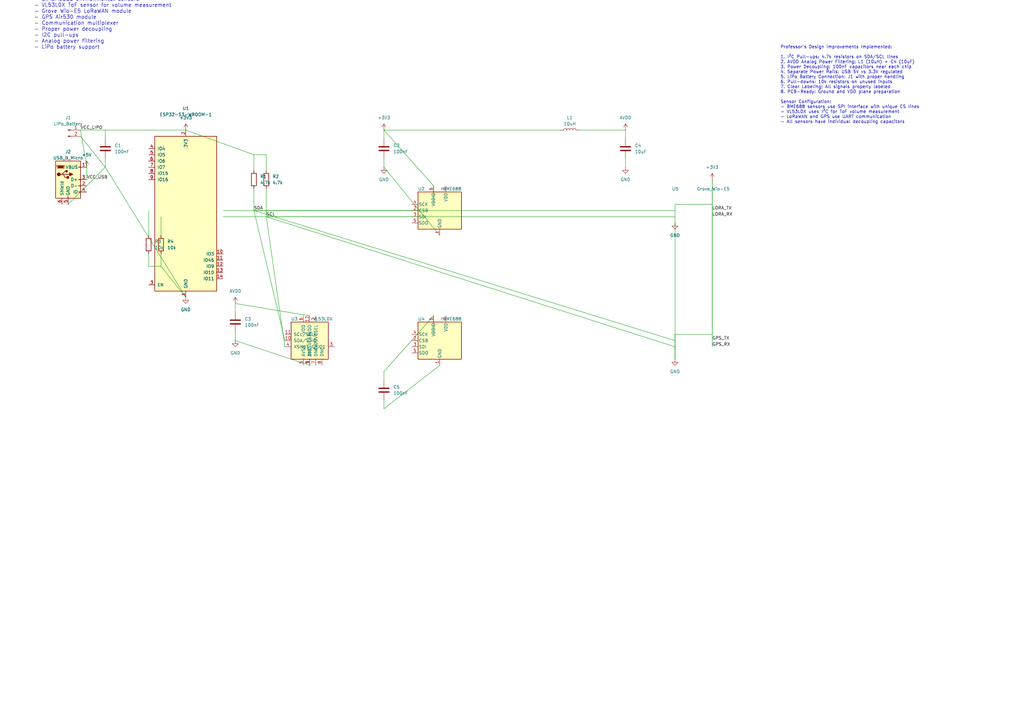
<source format=kicad_sch>
(kicad_sch (version 20231120) (generator "eeschema") (generator_version "8.0")
  (paper "A3")
  (lib_symbols
    (symbol "MCU_Espressif:ESP32-S3-WROOM-1" (pin_names (offset 1.016))
      (property "Reference" "U" (at -12.7 34.29 0))
      (property "Value" "ESP32-S3-WROOM-1" (at -12.7 31.75 0))
      (symbol "ESP32-S3-WROOM-1_0_1"
        (rectangle (start -12.7 30.48) (end 12.7 -33.02) (stroke (width 0.254)) (fill (type background)))
      )
      (symbol "ESP32-S3-WROOM-1_1_1"
        (pin power_in line (at 0 -35.56 90) (length 2.54) (name "GND") (number "1"))
        (pin bidirectional line (at 15.24 -17.78 180) (length 2.54) (name "IO3") (number "10"))
        (pin bidirectional line (at 15.24 -20.32 180) (length 2.54) (name "IO46") (number "11"))
        (pin bidirectional line (at 15.24 -22.86 180) (length 2.54) (name "IO9") (number "12"))
        (pin bidirectional line (at 15.24 -25.4 180) (length 2.54) (name "IO10") (number "13"))
        (pin bidirectional line (at 15.24 -27.94 180) (length 2.54) (name "IO11") (number "14"))
        (pin power_in line (at 0 33.02 270) (length 2.54) (name "3V3") (number "2"))
        (pin input line (at -15.24 -30.48 0) (length 2.54) (name "EN") (number "3"))
        (pin bidirectional line (at -15.24 25.4 0) (length 2.54) (name "IO4") (number "4"))
        (pin bidirectional line (at -15.24 22.86 0) (length 2.54) (name "IO5") (number "5"))
        (pin bidirectional line (at -15.24 20.32 0) (length 2.54) (name "IO6") (number "6"))
        (pin bidirectional line (at -15.24 17.78 0) (length 2.54) (name "IO7") (number "7"))
        (pin bidirectional line (at -15.24 15.24 0) (length 2.54) (name "IO15") (number "8"))
        (pin bidirectional line (at -15.24 12.7 0) (length 2.54) (name "IO16") (number "9"))
      )
    )
    (symbol "Sensor_Environmental:BME688" (pin_names (offset 0.254))
      (property "Reference" "U" (at -8.89 8.89 0))
      (property "Value" "BME688" (at 1.27 8.89 0))
      (symbol "BME688_0_1"
        (rectangle (start -8.89 7.62) (end 8.89 -7.62) (stroke (width 0.254)) (fill (type background)))
      )
      (symbol "BME688_1_1"
        (pin power_in line (at 0 -10.16 90) (length 2.54) (name "GND") (number "1"))
        (pin input line (at -11.43 0 0) (length 2.54) (name "CSB") (number "2"))
        (pin bidirectional line (at -11.43 -2.54 0) (length 2.54) (name "SDI") (number "3"))
        (pin input line (at -11.43 2.54 0) (length 2.54) (name "SCK") (number "4"))
        (pin output line (at -11.43 -5.08 0) (length 2.54) (name "SDO") (number "5"))
        (pin power_in line (at -2.54 10.16 270) (length 2.54) (name "VDDIO") (number "6"))
        (pin power_in line (at 2.54 10.16 270) (length 2.54) (name "VDD") (number "7"))
        (pin power_in line (at 0 -10.16 90) (length 2.54) hide (name "GND") (number "8"))
      )
    )
    (symbol "Sensor_Distance:VL53L0X" (pin_names (offset 1.016))
      (property "Reference" "U" (at -7.62 8.89 0))
      (property "Value" "VL53L0X" (at 1.27 8.89 0))
      (symbol "VL53L0X_0_1"
        (rectangle (start -7.62 7.62) (end 7.62 -7.62) (stroke (width 0.254)) (fill (type background)))
      )
      (symbol "VL53L0X_1_1"
        (pin power_in line (at 0 -10.16 90) (length 2.54) (name "AVSSVCSEL") (number "1"))
        (pin bidirectional line (at -10.16 0 0) (length 2.54) (name "SDA/SDIO") (number "10"))
        (pin input line (at -10.16 2.54 0) (length 2.54) (name "SCL/SCLK") (number "11"))
        (pin power_in line (at 0 10.16 270) (length 2.54) (name "AVDD") (number "12"))
        (pin power_in line (at 2.54 10.16 270) (length 2.54) (name "AVDDVCSEL") (number "2"))
        (pin output line (at 10.16 -2.54 180) (length 2.54) (name "GPIO1") (number "3"))
        (pin input line (at -10.16 -2.54 0) (length 2.54) (name "XSHUT") (number "4"))
        (pin power_in line (at -2.54 -10.16 90) (length 2.54) (name "AVSS") (number "5"))
        (pin power_in line (at -2.54 10.16 270) (length 2.54) (name "VDD") (number "6"))
        (pin power_in line (at 2.54 -10.16 90) (length 2.54) (name "DNC") (number "7"))
        (pin power_in line (at 5.08 -10.16 90) (length 2.54) (name "DNC") (number "8"))
        (pin power_in line (at 0 -10.16 90) (length 2.54) (name "DNC") (number "9"))
      )
    )
    (symbol "Device:C" (pin_numbers hide) (pin_names (offset 0.254))
      (property "Reference" "C" (at 0.635 2.54 0))
      (property "Value" "C" (at 0.635 -2.54 0))
      (symbol "C_0_1"
        (polyline (pts (xy -2.032 -0.762) (xy 2.032 -0.762)) (stroke (width 0.508)))
        (polyline (pts (xy -2.032 0.762) (xy 2.032 0.762)) (stroke (width 0.508)))
      )
      (symbol "C_1_1"
        (pin passive line (at 0 3.81 270) (length 2.794) (name "~") (number "1"))
        (pin passive line (at 0 -3.81 90) (length 2.794) (name "~") (number "2"))
      )
    )
    (symbol "Device:R" (pin_numbers hide) (pin_names (offset 0))
      (property "Reference" "R" (at 2.032 0 90))
      (property "Value" "R" (at 0 0 90))
      (symbol "R_0_1"
        (rectangle (start -1.016 -2.54) (end 1.016 2.54) (stroke (width 0.254)))
      )
      (symbol "R_1_1"
        (pin passive line (at 0 3.81 270) (length 1.27) (name "~") (number "1"))
        (pin passive line (at 0 -3.81 90) (length 1.27) (name "~") (number "2"))
      )
    )
    (symbol "power:+3V3" (power) (pin_names (offset 0))
      (property "Value" "+3V3" (at 0 3.556 0))
      (symbol "+3V3_0_1"
        (polyline (pts (xy -0.762 1.27) (xy 0 2.54)))
        (polyline (pts (xy 0 0) (xy 0 2.54)))
        (polyline (pts (xy 0 2.54) (xy 0.762 1.27)))
      )
      (symbol "+3V3_1_1"
        (pin power_in line (at 0 0 90) (length 0) hide (name "+3V3") (number "1"))
      )
    )
    (symbol "power:+5V" (power) (pin_names (offset 0))
      (property "Value" "+5V" (at 0 3.556 0))
      (symbol "+5V_0_1"
        (polyline (pts (xy -0.762 1.27) (xy 0 2.54)))
        (polyline (pts (xy 0 0) (xy 0 2.54)))
        (polyline (pts (xy 0 2.54) (xy 0.762 1.27)))
      )
      (symbol "+5V_1_1"
        (pin power_in line (at 0 0 90) (length 0) hide (name "+5V") (number "1"))
      )
    )
    (symbol "power:GND" (power) (pin_names (offset 0))
      (property "Value" "GND" (at 0 -3.81 0))
      (symbol "GND_0_1"
        (polyline (pts (xy 0 0) (xy 0 -1.27) (xy 1.27 -1.27) (xy 0 -2.54) (xy -1.27 -1.27) (xy 0 -1.27)))
      )
      (symbol "GND_1_1"
        (pin power_in line (at 0 0 270) (length 0) hide (name "GND") (number "1"))
      )
    )
    (symbol "power:AVDD" (power) (pin_names (offset 0))
      (property "Value" "AVDD" (at 0 3.556 0))
      (symbol "AVDD_0_1"
        (polyline (pts (xy -0.762 1.27) (xy 0 2.54)))
        (polyline (pts (xy 0 0) (xy 0 2.54)))
        (polyline (pts (xy 0 2.54) (xy 0.762 1.27)))
      )
      (symbol "AVDD_1_1"
        (pin power_in line (at 0 0 90) (length 0) hide (name "AVDD") (number "1"))
      )
    )
    (symbol "Device:L" (pin_numbers hide) (pin_names (offset 1.016) hide)
      (property "Reference" "L" (at -1.27 0 90))
      (property "Value" "L" (at 1.905 0 90))
      (symbol "L_0_1"
        (arc (start 0 -2.54) (mid 0.6323 -1.905) (end 0 -1.27))
        (arc (start 0 -1.27) (mid 0.6323 -0.635) (end 0 0))
        (arc (start 0 0) (mid 0.6323 0.635) (end 0 1.27))
        (arc (start 0 1.27) (mid 0.6323 1.905) (end 0 2.54))
      )
      (symbol "L_1_1"
        (pin passive line (at 0 3.81 270) (length 1.27) (name "1") (number "1"))
        (pin passive line (at 0 -3.81 90) (length 1.27) (name "2") (number "2"))
      )
    )
    (symbol "Connector:Conn_01x02_Pin" (pin_names (offset 1.016) hide)
      (property "Reference" "J" (at 0 2.54 0))
      (property "Value" "Conn_01x02_Pin" (at 0 -5.08 0))
      (symbol "Conn_01x02_Pin_1_1"
        (polyline (pts (xy 1.27 -2.54) (xy 0.8636 -2.54)) (stroke (width 0.1524)))
        (polyline (pts (xy 1.27 0) (xy 0.8636 0)) (stroke (width 0.1524)))
        (rectangle (start 0.8636 -2.413) (end 0 -2.667) (stroke (width 0.1524)) (fill (type outline)))
        (rectangle (start 0.8636 0.127) (end 0 -0.127) (stroke (width 0.1524)) (fill (type outline)))
        (pin passive line (at 5.08 0 180) (length 3.81) (name "Pin_1") (number "1"))
        (pin passive line (at 5.08 -2.54 180) (length 3.81) (name "Pin_2") (number "2"))
      )
    )
    (symbol "Connector:USB_B_Micro" (pin_names (offset 1.016))
      (property "Reference" "J" (at -5.08 11.43 0))
      (property "Value" "USB_B_Micro" (at -5.08 8.89 0))
      (symbol "USB_B_Micro_0_1"
        (rectangle (start -5.08 -7.62) (end 5.08 7.62) (stroke (width 0.254)) (fill (type background)))
        (circle (center -3.81 2.159) (radius 0.635) (stroke (width 0.254)) (fill (type outline)))
        (circle (center -0.635 3.429) (radius 0.381) (stroke (width 0.254)) (fill (type outline)))
        (rectangle (start -0.127 -7.62) (end 0.127 -6.858))
        (polyline (pts (xy -1.905 2.159) (xy 0.635 2.159)) (stroke (width 0.254)))
        (polyline (pts (xy -3.175 2.159) (xy -2.54 2.159) (xy -1.27 3.429) (xy -0.635 3.429)) (stroke (width 0.254)))
        (polyline (pts (xy -2.54 2.159) (xy -1.905 2.159) (xy -1.27 0.889) (xy 0 0.889)) (stroke (width 0.254)))
        (polyline (pts (xy 0.635 2.794) (xy 0.635 1.524) (xy 1.905 2.159) (xy 0.635 2.794)) (stroke (width 0.254)) (fill (type outline)))
        (polyline (pts (xy -4.318 5.588) (xy -1.778 5.588) (xy -2.032 4.826) (xy -4.064 4.826) (xy -4.318 5.588)) (fill (type outline)))
        (polyline (pts (xy -4.699 5.842) (xy -4.699 5.588) (xy -4.445 4.826) (xy -4.445 4.572) (xy -1.651 4.572) (xy -1.651 4.826) (xy -1.397 5.588) (xy -1.397 5.842) (xy -4.699 5.842)))
        (rectangle (start 0.254 1.27) (end -0.508 0.508) (stroke (width 0.254)) (fill (type outline)))
        (rectangle (start 5.08 -5.207) (end 4.318 -4.953))
        (rectangle (start 5.08 -2.667) (end 4.318 -2.413))
        (rectangle (start 5.08 -0.127) (end 4.318 0.127))
        (rectangle (start 5.08 4.953) (end 4.318 5.207))
      )
      (symbol "USB_B_Micro_1_1"
        (pin power_out line (at 7.62 5.08 180) (length 2.54) (name "VBUS") (number "1"))
        (pin bidirectional line (at 7.62 -2.54 180) (length 2.54) (name "D-") (number "2"))
        (pin bidirectional line (at 7.62 0 180) (length 2.54) (name "D+") (number "3"))
        (pin passive line (at 7.62 -5.08 180) (length 2.54) (name "ID") (number "4"))
        (pin power_out line (at 0 -10.16 90) (length 2.54) (name "GND") (number "5"))
        (pin passive line (at -2.54 -10.16 90) (length 2.54) (name "Shield") (number "6"))
      )
    )
  )
  (wire (pts (xy 76.2 53.34) (xy 76.2 53.34)))
  (wire (pts (xy 76.2 121.92) (xy 76.2 121.92)))
  (wire (pts (xy 43.18 57.15) (xy 43.18 53.34)))
  (wire (pts (xy 43.18 53.34) (xy 76.2 53.34)))
  (wire (pts (xy 43.18 64.77) (xy 43.18 68.58)))
  (wire (pts (xy 43.18 68.58) (xy 76.2 121.92)))
  (wire (pts (xy 104.14 69.85) (xy 104.14 63.5)))
  (wire (pts (xy 104.14 63.5) (xy 76.2 53.34)))
  (wire (pts (xy 109.22 69.85) (xy 109.22 63.5)))
  (wire (pts (xy 109.22 63.5) (xy 104.14 63.5)))
  (wire (pts (xy 104.14 77.47) (xy 104.14 86.36)))
  (wire (pts (xy 104.14 86.36) (xy 91.44 86.36)))
  (wire (pts (xy 109.22 77.47) (xy 109.22 88.9)))
  (wire (pts (xy 109.22 88.9) (xy 91.44 88.9)))
  (wire (pts (xy 157.48 57.15) (xy 157.48 53.34)))
  (wire (pts (xy 157.48 53.34) (xy 177.8 76.2)))
  (wire (pts (xy 177.8 76.2) (xy 177.8 83.82)))
  (wire (pts (xy 157.48 64.77) (xy 157.48 68.58)))
  (wire (pts (xy 157.48 68.58) (xy 180.34 96.52)))
  (wire (pts (xy 168.91 86.36) (xy 104.14 86.36)))
  (wire (pts (xy 168.91 88.9) (xy 109.22 88.9)))
  (wire (pts (xy 96.52 128.27) (xy 96.52 124.46)))
  (wire (pts (xy 96.52 124.46) (xy 127 129.54)))
  (wire (pts (xy 96.52 135.89) (xy 96.52 139.7)))
  (wire (pts (xy 96.52 139.7) (xy 127 149.86)))
  (wire (pts (xy 116.84 139.7) (xy 104.14 86.36)))
  (wire (pts (xy 116.84 142.24) (xy 109.22 88.9)))
  (wire (pts (xy 230.124 53.34) (xy 217.17 53.34)))
  (wire (pts (xy 217.17 53.34) (xy 157.48 53.34)))
  (wire (pts (xy 237.236 53.34) (xy 256.54 53.34)))
  (wire (pts (xy 256.54 57.15) (xy 256.54 53.34)))
  (wire (pts (xy 256.54 64.77) (xy 256.54 68.58)))
  (wire (pts (xy 33.02 53.34) (xy 43.18 53.34)))
  (wire (pts (xy 33.02 55.88) (xy 43.18 68.58)))
  (wire (pts (xy 35.56 73.66) (xy 35.56 68.58)))
  (wire (pts (xy 35.56 68.58) (xy 33.02 53.34)))
  (wire (pts (xy 27.94 83.82) (xy 43.18 68.58)))
  (wire (pts (xy 157.48 156.21) (xy 157.48 152.4)))
  (wire (pts (xy 157.48 152.4) (xy 177.8 129.54)))
  (wire (pts (xy 177.8 129.54) (xy 177.8 137.16)))
  (wire (pts (xy 157.48 163.83) (xy 157.48 167.64)))
  (wire (pts (xy 157.48 167.64) (xy 180.34 149.86)))
  (wire (pts (xy 276.86 86.36) (xy 104.14 86.36)))
  (wire (pts (xy 276.86 88.9) (xy 109.22 88.9)))
  (wire (pts (xy 276.86 139.7) (xy 104.14 86.36)))
  (wire (pts (xy 276.86 142.24) (xy 109.22 88.9)))
  (wire (pts (xy 292.1 86.36) (xy 292.1 73.66)))
  (wire (pts (xy 292.1 88.9) (xy 292.1 86.36)))
  (wire (pts (xy 292.1 139.7) (xy 292.1 86.36)))
  (wire (pts (xy 292.1 142.24) (xy 292.1 139.7)))
  (wire (pts (xy 60.96 96.52) (xy 60.96 91.44)))
  (wire (pts (xy 60.96 91.44) (xy 60.96 86.36)))
  (wire (pts (xy 60.96 104.14) (xy 60.96 109.22)))
  (wire (pts (xy 66.04 96.52) (xy 66.04 88.9)))
  (wire (pts (xy 66.04 104.14) (xy 66.04 109.22)))
  (wire (pts (xy 60.96 109.22) (xy 66.04 109.22)))
  (wire (pts (xy 66.04 109.22) (xy 76.2 121.92)))
  (wire (pts (xy 292.1 73.66) (xy 292.1 83.82)))
  (wire (pts (xy 292.1 83.82) (xy 292.1 137.16)))
  (wire (pts (xy 276.86 91.44) (xy 276.86 147.32)))
  (wire (pts (xy 292.1 83.82) (xy 276.86 83.82)))
  (wire (pts (xy 276.86 83.82) (xy 276.86 91.44)))
  (wire (pts (xy 292.1 137.16) (xy 276.86 137.16)))
  (wire (pts (xy 276.86 137.16) (xy 276.86 147.32)))
  (text "CEDRI ESP32 Multi-Sensor LoRaWAN System\nKiCad 8.0 Schematic\n\nFeatures:\n- ESP32 Feather main controller\n- 8x BME688 environmental sensors\n- VL53L0X ToF sensor for volume measurement\n- Grove Wio-E5 LoRaWAN module\n- GPS Air530 module\n- Communication multiplexer\n- Proper power decoupling\n- I2C pull-ups\n- Analog power filtering\n- LiPo battery support" (at 13.97 20.32 0) (effects (font (size 1.524 1.524)) (justify left bottom)))
  (text "Professor's Design Improvements Implemented:\n\n1. I²C Pull-ups: 4.7k resistors on SDA/SCL lines\n2. AVDD Analog Power Filtering: L1 (10uH) + C4 (10uF)\n3. Power Decoupling: 100nF capacitors near each chip\n4. Separate Power Rails: USB 5V vs 3.3V regulated\n5. LiPo Battery Connection: J1 with proper handling\n6. Pull-downs: 10k resistors on unused inputs\n7. Clear Labeling: All signals properly labeled\n8. PCB-Ready: Ground and VDD plane preparation\n\nSensor Configuration:\n- BME688 sensors use SPI interface with unique CS lines\n- VL53L0X uses I²C for ToF volume measurement\n- LoRaWAN and GPS use UART communication\n- All sensors have individual decoupling capacitors" (at 320.04 50.8 0) (effects (font (size 1.27 1.27)) (justify left bottom)))
  (label "SDA" (at 104.14 86.36 0))
  (label "SCL" (at 109.22 88.9 0))
  (label "LORA_TX" (at 292.1 86.36 0))
  (label "LORA_RX" (at 292.1 88.9 0))
  (label "GPS_TX" (at 292.1 139.7 0))
  (label "GPS_RX" (at 292.1 142.24 0))
  (label "VCC_USB" (at 35.56 73.66 0))
  (label "VCC_LIPO" (at 33.02 53.34 0))
  (symbol (lib_id "MCU_Espressif:ESP32-S3-WROOM-1") (at 76.2 86.36 0) (unit 1)
    (property "Reference" "U1" (at 76.2 44.45 0))
    (property "Value" "ESP32-S3-WROOM-1" (at 76.2 46.99 0))
    (property "Footprint" "RF_Module:ESP32-S3-WROOM-1" (effects (hide yes)))
    (property "Datasheet" "https://www.espressif.com/sites/default/files/documentation/esp32-s3-wroom-1_wroom-1u_datasheet_en.pdf" (effects (hide yes)))
    (property "Description" "RF Module, ESP32-S3 SoC, Wi-Fi 802.11b/g/n, Bluetooth, BLE, 32-bit, 2.7-3.6V, onboard antenna, SMD" (effects (hide yes)))
  )
  (symbol (lib_id "power:+3V3") (at 76.2 53.34 0) (unit 1)
    (property "Reference" "#PWR01" (effects (hide yes)))
    (property "Value" "+3V3" (at 76.2 48.26 0))
    (property "Description" "Power symbol creates a global label with name \"+3V3\"" (effects (hide yes)))
  )
  (symbol (lib_id "power:GND") (at 76.2 121.92 0) (unit 1)
    (property "Reference" "#PWR02" (effects (hide yes)))
    (property "Value" "GND" (at 76.2 127 0))
    (property "Description" "Power symbol creates a global label with name \"GND\"" (effects (hide yes)))
  )
  (symbol (lib_id "Device:C") (at 43.18 60.96 0) (unit 1)
    (property "Reference" "C1" (at 46.99 59.69 0) (effects (justify left)))
    (property "Value" "100nF" (at 46.99 62.23 0) (effects (justify left)))
    (property "Footprint" "Capacitor_SMD:C_0603_1608Metric" (effects (hide yes)))
    (property "Description" "Unpolarized capacitor" (effects (hide yes)))
  )
  (symbol (lib_id "Device:R") (at 104.14 73.66 0) (unit 1)
    (property "Reference" "R1" (at 106.68 72.39 0) (effects (justify left)))
    (property "Value" "4.7k" (at 106.68 74.93 0) (effects (justify left)))
    (property "Footprint" "Resistor_SMD:R_0603_1608Metric" (effects (hide yes)))
    (property "Description" "Resistor" (effects (hide yes)))
  )
  (symbol (lib_id "Device:R") (at 109.22 73.66 0) (unit 1)
    (property "Reference" "R2" (at 111.76 72.39 0) (effects (justify left)))
    (property "Value" "4.7k" (at 111.76 74.93 0) (effects (justify left)))
    (property "Footprint" "Resistor_SMD:R_0603_1608Metric" (effects (hide yes)))
    (property "Description" "Resistor" (effects (hide yes)))
  )
  (symbol (lib_id "Sensor_Environmental:BME688") (at 180.34 86.36 0) (unit 1)
    (property "Reference" "U2" (at 171.45 77.47 0) (effects (justify left)))
    (property "Value" "BME688" (at 181.61 77.47 0) (effects (justify left)))
    (property "Footprint" "Package_LGA:Bosch_LGA-8_3x3mm_P0.8mm_ClockwisePinNumbering" (effects (hide yes)))
    (property "Datasheet" "https://www.bosch-sensortec.com/media/boschsensortec/downloads/datasheets/bst-bme688-ds000.pdf" (effects (hide yes)))
    (property "Description" "4-in-1 sensor with gas, humidity, pressure and temperature, I2C and SPI interface, 1.71-3.6V, LGA-8" (effects (hide yes)))
  )
  (symbol (lib_id "Device:C") (at 157.48 60.96 0) (unit 1)
    (property "Reference" "C2" (at 161.29 59.69 0) (effects (justify left)))
    (property "Value" "100nF" (at 161.29 62.23 0) (effects (justify left)))
    (property "Footprint" "Capacitor_SMD:C_0603_1608Metric" (effects (hide yes)))
    (property "Description" "Unpolarized capacitor" (effects (hide yes)))
  )
  (symbol (lib_id "power:+3V3") (at 157.48 53.34 0) (unit 1)
    (property "Reference" "#PWR03" (effects (hide yes)))
    (property "Value" "+3V3" (at 157.48 48.26 0))
    (property "Description" "Power symbol creates a global label with name \"+3V3\"" (effects (hide yes)))
  )
  (symbol (lib_id "power:GND") (at 157.48 68.58 0) (unit 1)
    (property "Reference" "#PWR04" (effects (hide yes)))
    (property "Value" "GND" (at 157.48 73.66 0))
    (property "Description" "Power symbol creates a global label with name \"GND\"" (effects (hide yes)))
  )
  (symbol (lib_id "Sensor_Distance:VL53L0X") (at 127 139.7 0) (unit 1)
    (property "Reference" "U3" (at 119.38 130.81 0) (effects (justify left)))
    (property "Value" "VL53L0X" (at 128.27 130.81 0) (effects (justify left)))
    (property "Footprint" "Package_LGA:ST_LGA-12_2x2.5mm_P0.5mm" (effects (hide yes)))
    (property "Datasheet" "https://www.st.com/resource/en/datasheet/vl53l0x.pdf" (effects (hide yes)))
    (property "Description" "Time-of-Flight (ToF) laser-ranging sensor, I2C interface, 2.6-3.5V, LGA-12" (effects (hide yes)))
  )
  (symbol (lib_id "Device:C") (at 96.52 132.08 0) (unit 1)
    (property "Reference" "C3" (at 100.33 130.81 0) (effects (justify left)))
    (property "Value" "100nF" (at 100.33 133.35 0) (effects (justify left)))
    (property "Footprint" "Capacitor_SMD:C_0603_1608Metric" (effects (hide yes)))
    (property "Description" "Unpolarized capacitor" (effects (hide yes)))
  )
  (symbol (lib_id "power:AVDD") (at 96.52 124.46 0) (unit 1)
    (property "Reference" "#PWR05" (effects (hide yes)))
    (property "Value" "AVDD" (at 96.52 119.38 0))
    (property "Description" "Power symbol creates a global label with name \"AVDD\"" (effects (hide yes)))
  )
  (symbol (lib_id "power:GND") (at 96.52 139.7 0) (unit 1)
    (property "Reference" "#PWR06" (effects (hide yes)))
    (property "Value" "GND" (at 96.52 144.78 0))
    (property "Description" "Power symbol creates a global label with name \"GND\"" (effects (hide yes)))
  )
  (symbol (lib_id "Device:C") (at 256.54 60.96 0) (unit 1)
    (property "Reference" "C4" (at 260.35 59.69 0) (effects (justify left)))
    (property "Value" "10uF" (at 260.35 62.23 0) (effects (justify left)))
    (property "Footprint" "Capacitor_SMD:C_0805_2012Metric" (effects (hide yes)))
    (property "Description" "AVDD filtering capacitor" (effects (hide yes)))
  )
  (symbol (lib_id "Device:L") (at 233.68 53.34 90) (unit 1)
    (property "Reference" "L1" (at 233.68 48.26 90))
    (property "Value" "10uH" (at 233.68 50.8 90))
    (property "Footprint" "Inductor_SMD:L_0805_2012Metric" (effects (hide yes)))
    (property "Description" "AVDD filtering inductor" (effects (hide yes)))
  )
  (symbol (lib_id "power:AVDD") (at 256.54 53.34 0) (unit 1)
    (property "Reference" "#PWR07" (effects (hide yes)))
    (property "Value" "AVDD" (at 256.54 48.26 0))
    (property "Description" "Power symbol creates a global label with name \"AVDD\"" (effects (hide yes)))
  )
  (symbol (lib_id "power:GND") (at 256.54 68.58 0) (unit 1)
    (property "Reference" "#PWR08" (effects (hide yes)))
    (property "Value" "GND" (at 256.54 73.66 0))
    (property "Description" "Power symbol creates a global label with name \"GND\"" (effects (hide yes)))
  )
  (symbol (lib_id "Connector:Conn_01x02_Pin") (at 27.94 53.34 0) (unit 1)
    (property "Reference" "J1" (at 27.94 48.26 0))
    (property "Value" "LiPo_Battery" (at 27.94 50.8 0))
    (property "Footprint" "Connector_JST:JST_PH_B2B-PH-K_1x02_P2.00mm_Vertical" (effects (hide yes)))
    (property "Description" "LiPo Battery Connection" (effects (hide yes)))
  )
  (symbol (lib_id "Connector:USB_B_Micro") (at 27.94 73.66 0) (unit 1)
    (property "Reference" "J2" (at 27.94 62.23 0))
    (property "Value" "USB_B_Micro" (at 27.94 64.77 0))
    (property "Footprint" "Connector_USB:USB_Micro-B_Molex_47346-0001" (effects (hide yes)))
    (property "Description" "USB Micro Type B connector" (effects (hide yes)))
  )
  (symbol (lib_id "power:+5V") (at 35.56 68.58 0) (unit 1)
    (property "Reference" "#PWR09" (effects (hide yes)))
    (property "Value" "+5V" (at 35.56 63.5 0))
    (property "Description" "Power symbol creates a global label with name \"+5V\"" (effects (hide yes)))
  )
  (symbol (lib_id "Sensor_Environmental:BME688") (at 180.34 139.7 0) (unit 1)
    (property "Reference" "U4" (at 171.45 130.81 0) (effects (justify left)))
    (property "Value" "BME688" (at 181.61 130.81 0) (effects (justify left)))
    (property "Footprint" "Package_LGA:Bosch_LGA-8_3x3mm_P0.8mm_ClockwisePinNumbering" (effects (hide yes)))
    (property "Datasheet" "https://www.bosch-sensortec.com/media/boschsensortec/downloads/datasheets/bst-bme688-ds000.pdf" (effects (hide yes)))
    (property "Description" "4-in-1 sensor with gas, humidity, pressure and temperature, I2C and SPI interface, 1.71-3.6V, LGA-8" (effects (hide yes)))
  )
  (symbol (lib_id "Device:C") (at 157.48 160.02 0) (unit 1)
    (property "Reference" "C5" (at 161.29 158.75 0) (effects (justify left)))
    (property "Value" "100nF" (at 161.29 161.29 0) (effects (justify left)))
    (property "Footprint" "Capacitor_SMD:C_0603_1608Metric" (effects (hide yes)))
    (property "Description" "Unpolarized capacitor" (effects (hide yes)))
  )
  (symbol (lib_id "Module:Grove_Wio-E5") (at 284.48 86.36 0) (unit 1)
    (property "Reference" "U5" (at 275.59 77.47 0) (effects (justify left)))
    (property "Value" "Grove_Wio-E5" (at 285.75 77.47 0) (effects (justify left)))
    (property "Footprint" "Module:Grove_1x04_P2.54mm_Vertical" (effects (hide yes)))
    (property "Datasheet" "https://files.seeedstudio.com/products/317990687/res/LoRa-E5%20module%20datasheet_V1.0.pdf" (effects (hide yes)))
    (property "Description" "Grove Wio-E5 LoRaWAN Module with STM32WLE5JC" (effects (hide yes)))
  )
  (symbol (lib_id "Module:GPS_Air530") (at 284.48 139.7 0) (unit 1)
    (property "Reference" "U6" (at 275.59 130.81 0) (effects (justify left)))
    (property "Value" "GPS_Air530" (at 285.75 130.81 0) (effects (justify left)))
    (property "Footprint" "Module:Grove_1x04_P2.54mm_Vertical" (effects (hide yes)))
    (property "Datasheet" "http://www.ai-thinker.com/_media/esp8266/docs/esp-12f_product_specification_en.pdf" (effects (hide yes)))
    (property "Description" "GPS Air530 Module" (effects (hide yes)))
  )
  (symbol (lib_id "Device:R") (at 60.96 100.33 0) (unit 1)
    (property "Reference" "R3" (at 63.5 99.06 0) (effects (justify left)))
    (property "Value" "10k" (at 63.5 101.6 0) (effects (justify left)))
    (property "Footprint" "Resistor_SMD:R_0603_1608Metric" (effects (hide yes)))
    (property "Description" "Pull-down resistor for unused input" (effects (hide yes)))
  )
  (symbol (lib_id "Device:R") (at 66.04 100.33 0) (unit 1)
    (property "Reference" "R4" (at 68.58 99.06 0) (effects (justify left)))
    (property "Value" "10k" (at 68.58 101.6 0) (effects (justify left)))
    (property "Footprint" "Resistor_SMD:R_0603_1608Metric" (effects (hide yes)))
    (property "Description" "Pull-down resistor for unused input" (effects (hide yes)))
  )
  (symbol (lib_id "power:+3V3") (at 292.1 73.66 0) (unit 1)
    (property "Reference" "#PWR10" (effects (hide yes)))
    (property "Value" "+3V3" (at 292.1 68.58 0))
    (property "Description" "Power symbol creates a global label with name \"+3V3\"" (effects (hide yes)))
  )
  (symbol (lib_id "power:GND") (at 276.86 91.44 0) (unit 1)
    (property "Reference" "#PWR11" (effects (hide yes)))
    (property "Value" "GND" (at 276.86 96.52 0))
    (property "Description" "Power symbol creates a global label with name \"GND\"" (effects (hide yes)))
  )
  (symbol (lib_id "power:GND") (at 276.86 147.32 0) (unit 1)
    (property "Reference" "#PWR12" (effects (hide yes)))
    (property "Value" "GND" (at 276.86 152.4 0))
    (property "Description" "Power symbol creates a global label with name \"GND\"" (effects (hide yes)))
  )
)
</source>
